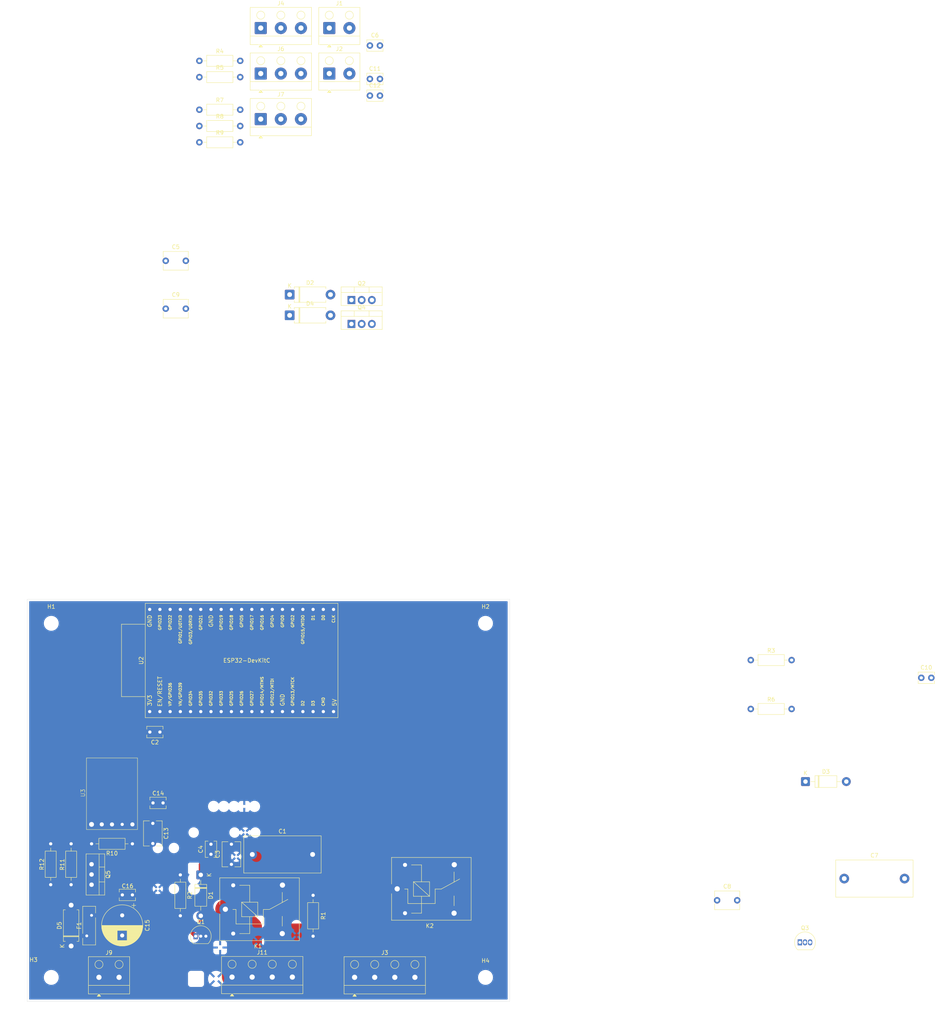
<source format=kicad_pcb>
(kicad_pcb (version 20241229) (generator "pcbnew") (generator_version "9.0")
  (layers (0 "F.Cu" signal) (2 "B.Cu" mixed) (13 "F.Paste" user) (15 "B.Paste" user) (5 "F.SilkS" user "F.Silkscreen") (7 "B.SilkS" user "B.Silkscreen") (1 "F.Mask" user) (3 "B.Mask" user) (25 "Edge.Cuts" user))
  (net 0 "")
  (net 1 "Net-(C1-Pad2)")
  (net 2 "/230V_IN_ECLAIRAGE")
  (net 3 "GND")
  (net 4 "+3.3V")
  (net 5 "+12V")
  (net 6 "Net-(C7-Pad2)")
  (net 7 "/230V_IN_FILTRATION")
  (net 8 "Net-(D5-A2)")
  (net 9 "Net-(D1-A)")
  (net 10 "Net-(D2-A)")
  (net 11 "Net-(D3-A)")
  (net 12 "Net-(D4-A)")
  (net 13 "Net-(J3-Pin_2)")
  (net 14 "/230V_OUT_FILTRATION")
  (net 15 "/DATA_DS18B20")
  (net 16 "/DATA_PH")
  (net 17 "/DATA_ORP")
  (net 18 "/230V_OUT_ECLAIRAGE")
  (net 19 "Net-(J11-Pin_2)")
  (net 22 "Net-(Q1-E)")
  (net 23 "Net-(Q2-G)")
  (net 24 "Net-(Q3-E)")
  (net 25 "Net-(Q4-G)")
  (net 26 "Net-(Q5-G)")
  (net 27 "/RELAIS_1")
  (net 28 "/POMPE_1")
  (net 29 "/RELAIS_2")
  (net 30 "/POMPE_2")
  (net 31 "Net-(U3-SHDN)")
  (footprint "Package_TO_SOT_THT:TO-220-3_Vertical" (layer "F.Cu") (at 130.655 -18.40156)
    (property "Reference" "Q4" (at 2.54 -4.1 0) (layer "F.SilkS"))
    (property "Value" "IRLZ44N")
    (pad "1" thru_hole rect (at 0 0) (size 1.905 2) (drill 1.1) (layers "*.Cu" "*.Mask") (net 25 "Net-(Q4-G)"))
    (pad "2" thru_hole oval (at 2.54 0) (size 1.905 2) (drill 1.1) (layers "*.Cu" "*.Mask") (net 12 "Net-(D4-A)"))
    (pad "3" thru_hole oval (at 5.08 0) (size 1.905 2) (drill 1.1) (layers "*.Cu" "*.Mask") (net 3 "GND"))
  )
  (footprint "Resistor_THT:R_Axial_DIN0207_L6.3mm_D2.5mm_P10.16mm_Horizontal" (layer "F.Cu") (at 121.12 133.76 90)
    (property "Reference" "R1" (at 5.08 2.54 90) (layer "F.SilkS"))
    (property "Value" "100Ω")
    (pad "1" thru_hole circle (at 0 0 90) (size 1.6 1.6) (drill 0.8) (layers "*.Cu" "*.Mask") (net 18 "/230V_OUT_ECLAIRAGE"))
    (pad "2" thru_hole circle (at 10.16 0 90) (size 1.6 1.6) (drill 0.8) (layers "*.Cu" "*.Mask") (net 1 "Net-(C1-Pad2)"))
  )
  (footprint "Resistor_THT:R_Axial_DIN0207_L6.3mm_D2.5mm_P10.16mm_Horizontal" (layer "F.Cu") (at 92.835 -79.75156)
    (property "Reference" "R5" (at 5.08 -2.37 0) (layer "F.SilkS"))
    (property "Value" "10KΩ")
    (pad "1" thru_hole circle (at 0 0) (size 1.6 1.6) (drill 0.8) (layers "*.Cu" "*.Mask") (net 23 "Net-(Q2-G)"))
    (pad "2" thru_hole circle (at 10.16 0) (size 1.6 1.6) (drill 0.8) (layers "*.Cu" "*.Mask") (net 3 "GND"))
  )
  (footprint "MountingHole:MountingHole_3.2mm_M3" (layer "F.Cu") (at 56 56)
    (property "Reference" "H1" (at 0 -4.15 0) (layer "F.SilkS"))
    (property "Value" "MountingHole")
    (pad "" np_thru_hole circle (at 0 0) (size 3.2 3.2) (drill 3.2) (layers "*.Cu" "*.Mask"))
  )
  (footprint "TerminalBlock_Altech:Altech_AK100_1x03_P5.00mm" (layer "F.Cu") (at 108.095 -80.63656)
    (property "Reference" "J6" (at 5 -6.12 0) (layer "F.SilkS"))
    (property "Value" "Conn_01x03")
    (pad "1" thru_hole roundrect (at 0 0) (size 3 3) (drill 1.3) (layers "*.Cu" "*.Mask") (roundrect_rratio 0.083333) (net 4 "+3.3V"))
    (pad "2" thru_hole circle (at 5 0) (size 3 3) (drill 1.3) (layers "*.Cu" "*.Mask") (net 3 "GND"))
    (pad "3" thru_hole circle (at 10 0) (size 3 3) (drill 1.3) (layers "*.Cu" "*.Mask") (net 16 "/DATA_PH"))
  )
  (footprint "Diode_THT:D_DO-15_P10.16mm_Horizontal" (layer "F.Cu") (at 115.285 -20.55156)
    (property "Reference" "D4" (at 5.08 -2.92 0) (layer "F.SilkS"))
    (property "Value" "1N5819")
    (fp_text user "K" (at 0 -2.2 0) (layer "F.SilkS"))
    (pad "1" thru_hole roundrect (at 0 0) (size 2.4 2.4) (drill 1.2) (layers "*.Cu" "*.Mask") (roundrect_rratio 0.104167) (net 5 "+12V"))
    (pad "2" thru_hole circle (at 10.16 0) (size 2.4 2.4) (drill 1.2) (layers "*.Cu" "*.Mask") (net 12 "Net-(D4-A)"))
  )
  (footprint "Diode_THT:D_DO-15_P10.16mm_Horizontal" (layer "F.Cu") (at 115.285 -25.70156)
    (property "Reference" "D2" (at 5.08 -2.92 0) (layer "F.SilkS"))
    (property "Value" "1N5819")
    (fp_text user "K" (at 0 -2.2 0) (layer "F.SilkS"))
    (pad "1" thru_hole roundrect (at 0 0) (size 2.4 2.4) (drill 1.2) (layers "*.Cu" "*.Mask") (roundrect_rratio 0.104167) (net 5 "+12V"))
    (pad "2" thru_hole circle (at 10.16 0) (size 2.4 2.4) (drill 1.2) (layers "*.Cu" "*.Mask") (net 10 "Net-(D2-A)"))
  )
  (footprint "Resistor_THT:R_Axial_DIN0207_L6.3mm_D2.5mm_P10.16mm_Horizontal" (layer "F.Cu") (at 92.835 -63.55156)
    (property "Reference" "R9" (at 5.08 -2.37 0) (layer "F.SilkS"))
    (property "Value" "4.7KΩ")
    (pad "1" thru_hole circle (at 0 0) (size 1.6 1.6) (drill 0.8) (layers "*.Cu" "*.Mask") (net 4 "+3.3V"))
    (pad "2" thru_hole circle (at 10.16 0) (size 1.6 1.6) (drill 0.8) (layers "*.Cu" "*.Mask") (net 15 "/DATA_DS18B20"))
  )
  (footprint "Resistor_THT:R_Axial_DIN0207_L6.3mm_D2.5mm_P10.16mm_Horizontal" (layer "F.Cu") (at 88.1 118.52 -90)
    (property "Reference" "R2" (at 5.08 -2.37 90) (layer "F.SilkS"))
    (property "Value" "330Ω")
    (pad "1" thru_hole circle (at 0 0 270) (size 1.6 1.6) (drill 0.8) (layers "*.Cu" "*.Mask") (net 27 "/RELAIS_1"))
    (pad "2" thru_hole circle (at 10.16 0 270) (size 1.6 1.6) (drill 0.8) (layers "*.Cu" "*.Mask") (net 22 "Net-(Q1-E)"))
  )
  (footprint "Capacitor_THT:C_Disc_D6.0mm_W4.4mm_P5.00mm" (layer "F.Cu") (at 84.465 -34.10156)
    (property "Reference" "C5" (at 2.5 -3.45 0) (layer "F.SilkS"))
    (property "Value" "10 µF")
    (pad "1" thru_hole circle (at 0 0) (size 1.6 1.6) (drill 0.8) (layers "*.Cu" "*.Mask") (net 5 "+12V"))
    (pad "2" thru_hole circle (at 5 0) (size 1.6 1.6) (drill 0.8) (layers "*.Cu" "*.Mask") (net 3 "GND"))
  )
  (footprint "Capacitor_THT:C_Disc_D6.0mm_W4.4mm_P5.00mm" (layer "F.Cu") (at 100.8 115.9 90)
    (property "Reference" "C3" (at 2.5 -3.45 90) (layer "F.SilkS"))
    (property "Value" "10 µF")
    (pad "1" thru_hole circle (at 0 0 90) (size 1.6 1.6) (drill 0.8) (layers "*.Cu" "*.Mask") (net 4 "+3.3V"))
    (pad "2" thru_hole circle (at 5 0 90) (size 1.6 1.6) (drill 0.8) (layers "*.Cu" "*.Mask") (net 3 "GND"))
  )
  (footprint "Capacitor_THT:C_Disc_D3.8mm_W2.6mm_P2.50mm" (layer "F.Cu") (at 83.02 83.02 180)
    (property "Reference" "C2" (at 1.25 -2.55 0) (layer "F.SilkS"))
    (property "Value" "100nF")
    (pad "1" thru_hole circle (at 0 0 180) (size 1.6 1.6) (drill 0.8) (layers "*.Cu" "*.Mask") (net 3 "GND"))
    (pad "2" thru_hole circle (at 2.5 0 180) (size 1.6 1.6) (drill 0.8) (layers "*.Cu" "*.Mask") (net 4 "+3.3V"))
  )
  (footprint "Espressif:ESP32-DevKitC" (layer "F.Cu") (at 80.48 77.94 90)
    (property "Reference" "U2" (at 12.7 -2.1 90) (layer "F.SilkS"))
    (property "Value" "ESP32-DevKitC" (at 12.7 24.13 0) (layer "F.SilkS"))
    (fp_text user "D1" (at 24.13 40.64 90) (layer "F.SilkS") (effects (font (size 0.7 0.7)) (justify right)))
    (fp_text user "GND" (at 1.27 33.02 90) (layer "F.SilkS") (effects (justify left)))
    (fp_text user "D0" (at 24.13 43.18 90) (layer "F.SilkS") (effects (font (size 0.7 0.7)) (justify right)))
    (fp_text user "GPIO35" (at 1.27 12.7 90) (layer "F.SilkS") (effects (font (size 0.7 0.7)) (justify left)))
    (fp_text user "3V3" (at 1.27 0 90) (layer "F.SilkS") (effects (justify left)))
    (fp_text user "5V" (at 1.26632 45.97128 90) (layer "F.SilkS") (effects (justify left)))
    (fp_text user "EN/RESET" (at 8.88632 2.53728 90) (layer "F.SilkS") (effects (justify right)))
    (fp_text user "GPIO27" (at 1.27 25.4 90) (layer "F.SilkS") (effects (font (size 0.7 0.7)) (justify left)))
    (fp_text user "D3" (at 1.27 40.64 90) (layer "F.SilkS") (effects (font (size 0.7 0.7)) (justify left)))
    (fp_text user "GPIO13/MTCK" (at 1.27 35.56 90) (layer "F.SilkS") (effects (font (size 0.7 0.7)) (justify left)))
    (fp_text user "GPIO26" (at 1.27 22.86 90) (layer "F.SilkS") (effects (font (size 0.7 0.7)) (justify left)))
    (fp_text user "GPIO21" (at 24.13 12.7 90) (layer "F.SilkS") (effects (font (size 0.7 0.7)) (justify right)))
    (fp_text user "GPIO34" (at 1.27 10.16 90) (layer "F.SilkS") (effects (font (size 0.7 0.7)) (justify left)))
    (fp_text user "GPIO3/U0RXD" (at 24.13 10.16 90) (layer "F.SilkS") (effects (font (size 0.7 0.7)) (justify right)))
    (fp_text user "GPIO15/MTDO" (at 24.13 38.1 90) (layer "F.SilkS") (effects (font (size 0.7 0.7)) (justify right)))
    (fp_text user "GPIO19" (at 24.13 17.78 90) (layer "F.SilkS") (effects (font (size 0.7 0.7)) (justify right)))
    (fp_text user "VN/GPIO39" (at 1.27 7.62 90) (layer "F.SilkS") (effects (font (size 0.7 0.7)) (justify left)))
    (fp_text user "GPIO2" (at 24.13 35.56 90) (layer "F.SilkS") (effects (font (size 0.7 0.7)) (justify right)))
    (fp_text user "GPIO5" (at 24.13 22.86 90) (layer "F.SilkS") (effects (font (size 0.7 0.7)) (justify right)))
    (fp_text user "CMD" (at 1.27 43.18 90) (layer "F.SilkS") (effects (font (size 0.7 0.7)) (justify left)))
    (fp_text user "GPIO23" (at 24.13 2.54 90) (layer "F.SilkS") (effects (font (size 0.7 0.7)) (justify right)))
    (fp_text user "GPIO25" (at 1.27 20.32 90) (layer "F.SilkS") (effects (font (size 0.7 0.7)) (justify left)))
    (fp_text user "VP/GPIO36" (at 1.27 5.08 90) (layer "F.SilkS") (effects (font (size 0.7 0.7)) (justify left)))
    (fp_text user "GPIO22" (at 24.13 5.08 90) (layer "F.SilkS") (effects (font (size 0.7 0.7)) (justify right)))
    (fp_text user "CLK" (at 24.13 45.72 90) (layer "F.SilkS") (effects (font (size 0.7 0.7)) (justify right)))
    (fp_text user "GPIO32" (at 1.27 15.24 90) (layer "F.SilkS") (effects (font (size 0.7 0.7)) (justify left)))
    (fp_text user "GPIO33" (at 1.27 17.78 90) (layer "F.SilkS") (effects (font (size 0.7 0.7)) (justify left)))
    (fp_text user "GPIO16" (at 24.13 27.94 90) (layer "F.SilkS") (effects (font (size 0.7 0.7)) (justify right)))
    (fp_text user "GPIO0" (at 24.13 33.02 90) (layer "F.SilkS") (effects (font (size 0.7 0.7)) (justify right)))
    (fp_text user "GND" (at 24.13 15.24 90) (layer "F.SilkS") (effects (justify right)))
    (fp_text user "D2" (at 1.27 38.1 90) (layer "F.SilkS") (effects (font (size 0.7 0.7)) (justify left)))
    (fp_text user "GPIO17" (at 24.13 25.4 90) (layer "F.SilkS") (effects (font (size 0.7 0.7)) (justify right)))
    (fp_text user "GPIO4" (at 24.13 30.48 90) (layer "F.SilkS") (effects (font (size 0.7 0.7)) (justify right)))
    (fp_text user "GND" (at 24.13 0 90) (layer "F.SilkS") (effects (justify right)))
    (fp_text user "GPIO1/U0TXD" (at 24.13 7.62 90) (layer "F.SilkS") (effects (font (size 0.7 0.7)) (justify right)))
    (fp_text user "GPIO12/MTDI" (at 1.27 30.48 90) (layer "F.SilkS") (effects (font (size 0.7 0.7)) (justify left)))
    (fp_text user "GPIO18" (at 24.13 20.32 90) (layer "F.SilkS") (effects (font (size 0.7 0.7)) (justify right)))
    (fp_text user "GPIO14/MTMS" (at 1.27 27.94 90) (layer "F.SilkS") (effects (font (size 0.7 0.7)) (justify left)))
    (pad "1" thru_hole rect (at 0 0) (size 1.2 2) (drill 0.8) (layers "*.Cu" "*.Mask") (net 4 "+3.3V"))
    (pad "2" thru_hole oval (at 0 2.54) (size 1.2 2) (drill 0.8) (layers "*.Cu" "*.Mask"))
    (pad "3" thru_hole oval (at 0 5.08) (size 1.2 2) (drill 0.8) (layers "*.Cu" "*.Mask"))
    (pad "4" thru_hole oval (at 0 7.62) (size 1.2 2) (drill 0.8) (layers "*.Cu" "*.Mask"))
    (pad "5" thru_hole oval (at 0 10.16) (size 1.2 2) (drill 0.8) (layers "*.Cu" "*.Mask") (net 15 "/DATA_DS18B20"))
    (pad "6" thru_hole oval (at 0 12.7) (size 1.2 2) (drill 0.8) (layers "*.Cu" "*.Mask"))
    (pad "7" thru_hole oval (at 0 15.24) (size 1.2 2) (drill 0.8) (layers "*.Cu" "*.Mask") (net 16 "/DATA_PH"))
    (pad "8" thru_hole oval (at 0 17.78) (size 1.2 2) (drill 0.8) (layers "*.Cu" "*.Mask") (net 17 "/DATA_ORP"))
    (pad "9" thru_hole oval (at 0 20.32) (size 1.2 2) (drill 0.8) (layers "*.Cu" "*.Mask"))
    (pad "10" thru_hole oval (at 0 22.86) (size 1.2 2) (drill 0.8) (layers "*.Cu" "*.Mask") (net 27 "/RELAIS_1"))
    (pad "11" thru_hole oval (at 0 25.4) (size 1.2 2) (drill 0.8) (layers "*.Cu" "*.Mask") (net 29 "/RELAIS_2"))
    (pad "12" thru_hole oval (at 0 27.94) (size 1.2 2) (drill 0.8) (layers "*.Cu" "*.Mask") (net 30 "/POMPE_2"))
    (pad "13" thru_hole oval (at 0 30.48) (size 1.2 2) (drill 0.8) (layers "*.Cu" "*.Mask"))
    (pad "14" thru_hole oval (at 0 33.02) (size 1.2 2) (drill 0.8) (layers "*.Cu" "*.Mask") (net 3 "GND"))
    (pad "15" thru_hole oval (at 0 35.56) (size 1.2 2) (drill 0.8) (layers "*.Cu" "*.Mask") (net 28 "/POMPE_1"))
    (pad "16" thru_hole oval (at 0 38.1) (size 1.2 2) (drill 0.8) (layers "*.Cu" "*.Mask"))
    (pad "17" thru_hole oval (at 0 40.64) (size 1.2 2) (drill 0.8) (layers "*.Cu" "*.Mask"))
    (pad "18" thru_hole oval (at 0 43.18) (size 1.2 2) (drill 0.8) (layers "*.Cu" "*.Mask"))
    (pad "19" thru_hole oval (at 0 45.72) (size 1.2 2) (drill 0.8) (layers "*.Cu" "*.Mask"))
    (pad "20" thru_hole oval (at 25.39632 45.71728) (size 1.2 2) (drill 0.8) (layers "*.Cu" "*.Mask"))
    (pad "21" thru_hole oval (at 25.39632 43.17728) (size 1.2 2) (drill 0.8) (layers "*.Cu" "*.Mask"))
    (pad "22" thru_hole oval (at 25.4 40.64) (size 1.2 2) (drill 0.8) (layers "*.Cu" "*.Mask"))
    (pad "23" thru_hole oval (at 25.4 38.1) (size 1.2 2) (drill 0.8) (layers "*.Cu" "*.Mask"))
    (pad "24" thru_hole oval (at 25.4 35.56) (size 1.2 2) (drill 0.8) (layers "*.Cu" "*.Mask"))
    (pad "25" thru_hole oval (at 25.4 33.02) (size 1.2 2) (drill 0.8) (layers "*.Cu" "*.Mask"))
    (pad "26" thru_hole oval (at 25.4 30.48) (size 1.2 2) (drill 0.8) (layers "*.Cu" "*.Mask"))
    (pad "27" thru_hole oval (at 25.4 27.94) (size 1.2 2) (drill 0.8) (layers "*.Cu" "*.Mask"))
    (pad "28" thru_hole oval (at 25.4 25.4) (size 1.2 2) (drill 0.8) (layers "*.Cu" "*.Mask"))
    (pad "29" thru_hole oval (at 25.4 22.86) (size 1.2 2) (drill 0.8) (layers "*.Cu" "*.Mask"))
    (pad "30" thru_hole oval (at 25.4 20.32) (size 1.2 2) (drill 0.8) (layers "*.Cu" "*.Mask"))
    (pad "31" thru_hole oval (at 25.4 17.78) (size 1.2 2) (drill 0.8) (layers "*.Cu" "*.Mask"))
    (pad "32" thru_hole oval (at 25.4 15.24) (size 1.2 2) (drill 0.8) (layers "*.Cu" "*.Mask") (net 3 "GND"))
    (pad "33" thru_hole oval (at 25.4 12.7) (size 1.2 2) (drill 0.8) (layers "*.Cu" "*.Mask"))
    (pad "34" thru_hole oval (at 25.4 10.16) (size 1.2 2) (drill 0.8) (layers "*.Cu" "*.Mask"))
    (pad "35" thru_hole oval (at 25.4 7.62) (size 1.2 2) (drill 0.8) (layers "*.Cu" "*.Mask"))
    (pad "36" thru_hole oval (at 25.4 5.08) (size 1.2 2) (drill 0.8) (layers "*.Cu" "*.Mask"))
    (pad "37" thru_hole oval (at 25.4 2.54) (size 1.2 2) (drill 0.8) (layers "*.Cu" "*.Mask"))
    (pad "38" thru_hole oval (at 25.4 0) (size 1.2 2) (drill 0.8) (layers "*.Cu" "*.Mask") (net 3 "GND"))
  )
  (footprint "Capacitor_THT:C_Disc_D3.8mm_W2.6mm_P2.50mm" (layer "F.Cu") (at 81.3 100.6385)
    (property "Reference" "C14" (at 1.3 -2.4 0) (layer "F.SilkS"))
    (property "Value" "100nF")
    (pad "1" thru_hole circle (at 0 0) (size 1.6 1.6) (drill 0.8) (layers "*.Cu" "*.Mask") (net 4 "+3.3V"))
    (pad "2" thru_hole circle (at 2.5 0) (size 1.6 1.6) (drill 0.8) (layers "*.Cu" "*.Mask") (net 3 "GND"))
  )
  (footprint "TerminalBlock_Altech:Altech_AK100_1x02_P5.00mm" (layer "F.Cu") (at 125.145 -80.63656)
    (property "Reference" "J2" (at 2.5 -6.12 0) (layer "F.SilkS"))
    (property "Value" "Pompe Péristaltique")
    (pad "1" thru_hole roundrect (at 0 0) (size 3 3) (drill 1.3) (layers "*.Cu" "*.Mask") (roundrect_rratio 0.083333) (net 5 "+12V"))
    (pad "2" thru_hole circle (at 5 0) (size 3 3) (drill 1.3) (layers "*.Cu" "*.Mask") (net 12 "Net-(D4-A)"))
  )
  (footprint "Relay_THT:Relay_SPDT_SANYOU_SRD_Series_Form_C" (layer "F.Cu") (at 99.3 127.06)
    (property "Reference" "K1" (at 8.1 9.2 0) (layer "F.SilkS"))
    (property "Value" "SANYOU_SRD_Form_C")
    (pad "1" thru_hole circle (at 0 0 90) (size 3 3) (drill 1.3) (layers "*.Cu" "*.Mask") (net 2 "/230V_IN_ECLAIRAGE"))
    (pad "2" thru_hole circle (at 1.95 6.05 90) (size 2.5 2.5) (drill 1) (layers "*.Cu" "*.Mask") (net 9 "Net-(D1-A)"))
    (pad "3" thru_hole circle (at 14.15 6.05 90) (size 3 3) (drill 1.3) (layers "*.Cu" "*.Mask") (net 18 "/230V_OUT_ECLAIRAGE"))
    (pad "4" thru_hole circle (at 14.2 -6 90) (size 3 3) (drill 1.3) (layers "*.Cu" "*.Mask"))
    (pad "5" thru_hole circle (at 1.95 -5.95 90) (size 2.5 2.5) (drill 1) (layers "*.Cu" "*.Mask") (net 4 "+3.3V"))
  )
  (footprint "Capacitor_THT:C_Disc_D3.8mm_W2.6mm_P2.50mm" (layer "F.Cu") (at 135.245 -79.30156)
    (property "Reference" "C11" (at 1.25 -2.55 0) (layer "F.SilkS"))
    (property "Value" "100nF")
    (pad "1" thru_hole circle (at 0 0) (size 1.6 1.6) (drill 0.8) (layers "*.Cu" "*.Mask") (net 5 "+12V"))
    (pad "2" thru_hole circle (at 2.5 0) (size 1.6 1.6) (drill 0.8) (layers "*.Cu" "*.Mask") (net 3 "GND"))
  )
  (footprint "Fuse:Fuse_Bourns_MF-RHT200" (layer "F.Cu") (at 64.82 133.6785 90)
    (property "Reference" "F1" (at 2.55 -1.9 90) (layer "F.SilkS"))
    (property "Value" "FX200-16")
    (pad "1" thru_hole circle (at 0 0 90) (size 1.71 1.71) (drill 0.71) (layers "*.Cu" "*.Mask") (net 5 "+12V"))
    (pad "2" thru_hole circle (at 5.1 1.2 90) (size 1.71 1.71) (drill 0.71) (layers "*.Cu" "*.Mask") (net 8 "Net-(D5-A2)"))
  )
  (footprint "Capacitor_THT:C_Rect_L19.0mm_W9.0mm_P15.00mm_MKS4" (layer "F.Cu") (at 106 113.44)
    (property "Reference" "C1" (at 7.5 -5.75 0) (layer "F.SilkS"))
    (property "Value" "PME271MB6100MR30")
    (pad "1" thru_hole circle (at 0 0) (size 2.4 2.4) (drill 1.2) (layers "*.Cu" "*.Mask") (net 2 "/230V_IN_ECLAIRAGE"))
    (pad "2" thru_hole circle (at 15 0) (size 2.4 2.4) (drill 1.2) (layers "*.Cu" "*.Mask") (net 1 "Net-(C1-Pad2)"))
  )
  (footprint "Capacitor_THT:C_Disc_D6.0mm_W4.4mm_P5.00mm" (layer "F.Cu") (at 84.465 -22.20156)
    (property "Reference" "C9" (at 2.5 -3.45 0) (layer "F.SilkS"))
    (property "Value" "10 µF")
    (pad "1" thru_hole circle (at 0 0) (size 1.6 1.6) (drill 0.8) (layers "*.Cu" "*.Mask") (net 5 "+12V"))
    (pad "2" thru_hole circle (at 5 0) (size 1.6 1.6) (drill 0.8) (layers "*.Cu" "*.Mask") (net 3 "GND"))
  )
  (footprint "Resistor_THT:R_Axial_DIN0207_L6.3mm_D2.5mm_P10.16mm_Horizontal" (layer "F.Cu") (at 76.18 110.7985 180)
    (property "Reference" "R10" (at 5.08 -2.37 0) (layer "F.SilkS"))
    (property "Value" "10KΩ")
    (pad "1" thru_hole circle (at 0 0 180) (size 1.6 1.6) (drill 0.8) (layers "*.Cu" "*.Mask") (net 5 "+12V"))
    (pad "2" thru_hole circle (at 10.16 0 180) (size 1.6 1.6) (drill 0.8) (layers "*.Cu" "*.Mask") (net 31 "Net-(U3-SHDN)"))
  )
  (footprint "Capacitor_THT:C_Disc_D3.8mm_W2.6mm_P2.50mm" (layer "F.Cu") (at 135.245 -75.15156)
    (property "Reference" "C12" (at 1.25 -2.55 0) (layer "F.SilkS"))
    (property "Value" "100nF")
    (pad "1" thru_hole circle (at 0 0) (size 1.6 1.6) (drill 0.8) (layers "*.Cu" "*.Mask") (net 3 "GND"))
    (pad "2" thru_hole circle (at 2.5 0) (size 1.6 1.6) (drill 0.8) (layers "*.Cu" "*.Mask") (net 4 "+3.3V"))
  )
  (footprint "Relay_THT:Relay_SPDT_SANYOU_SRD_Series_Form_C" (layer "F.Cu") (at 142.03 121.99)
    (property "Reference" "K2" (at 8.1 9.2 0) (layer "F.SilkS"))
    (property "Value" "SANYOU_SRD_Form_C")
    (pad "1" thru_hole circle (at 0 0 90) (size 3 3) (drill 1.3) (layers "*.Cu" "*.Mask") (net 7 "/230V_IN_FILTRATION"))
    (pad "2" thru_hole circle (at 1.95 6.05 90) (size 2.5 2.5) (drill 1) (layers "*.Cu" "*.Mask") (net 11 "Net-(D3-A)"))
    (pad "3" thru_hole circle (at 14.15 6.05 90) (size 3 3) (drill 1.3) (layers "*.Cu" "*.Mask") (net 14 "/230V_OUT_FILTRATION"))
    (pad "4" thru_hole circle (at 14.2 -6 90) (size 3 3) (drill 1.3) (layers "*.Cu" "*.Mask"))
    (pad "5" thru_hole circle (at 1.95 -5.95 90) (size 2.5 2.5) (drill 1) (layers "*.Cu" "*.Mask") (net 4 "+3.3V"))
  )
  (footprint "Capacitor_THT:CP_Radial_D10.0mm_P5.00mm" (layer "F.Cu") (at 73.64 128.5785 -90)
    (property "Reference" "C15" (at 2.5 -6.25 90) (layer "F.SilkS"))
    (property "Value" "470µF")
    (pad "1" thru_hole roundrect (at 0 0 270) (size 2 2) (drill 1) (layers "*.Cu" "*.Mask") (roundrect_rratio 0.125) (net 8 "Net-(D5-A2)"))
    (pad "2" thru_hole circle (at 5 0 270) (size 2 2) (drill 1) (layers "*.Cu" "*.Mask") (net 3 "GND"))
  )
  (footprint "Capacitor_THT:C_Disc_D3.8mm_W2.6mm_P2.50mm" (layer "F.Cu") (at 135.245 -87.60156)
    (property "Reference" "C6" (at 1.25 -2.55 0) (layer "F.SilkS"))
    (property "Value" "100nF")
    (pad "1" thru_hole circle (at 0 0) (size 1.6 1.6) (drill 0.8) (layers "*.Cu" "*.Mask") (net 5 "+12V"))
    (pad "2" thru_hole circle (at 2.5 0) (size 1.6 1.6) (drill 0.8) (layers "*.Cu" "*.Mask") (net 3 "GND"))
  )
  (footprint "Package_TO_SOT_THT:TO-92_Inline" (layer "F.Cu") (at 242.19 135.29)
    (property "Reference" "Q3" (at 1.27 -3.56 0) (layer "F.SilkS"))
    (property "Value" "PN2222A")
    (pad "1" thru_hole rect (at 0 0) (size 1.05 1.5) (drill 0.75) (layers "*.Cu" "*.Mask") (net 24 "Net-(Q3-E)"))
    (pad "2" thru_hole oval (at 1.27 0) (size 1.05 1.5) (drill 0.75) (layers "*.Cu" "*.Mask") (net 11 "Net-(D3-A)"))
    (pad "3" thru_hole oval (at 2.54 0) (size 1.05 1.5) (drill 0.75) (layers "*.Cu" "*.Mask") (net 3 "GND"))
  )
  (footprint "MountingHole:MountingHole_3.2mm_M3" (layer "F.Cu") (at 164 56)
    (property "Reference" "H2" (at 0 -4.15 0) (layer "F.SilkS"))
    (property "Value" "MountingHole")
    (pad "" np_thru_hole circle (at 0 0) (size 3.2 3.2) (drill 3.2) (layers "*.Cu" "*.Mask"))
  )
  (footprint "Resistor_THT:R_Axial_DIN0207_L6.3mm_D2.5mm_P10.16mm_Horizontal" (layer "F.Cu") (at 92.835 -71.65156)
    (property "Reference" "R7" (at 5.08 -2.37 0) (layer "F.SilkS"))
    (property "Value" "100Ω")
    (pad "1" thru_hole circle (at 0 0) (size 1.6 1.6) (drill 0.8) (layers "*.Cu" "*.Mask") (net 25 "Net-(Q4-G)"))
    (pad "2" thru_hole circle (at 10.16 0) (size 1.6 1.6) (drill 0.8) (layers "*.Cu" "*.Mask") (net 30 "/POMPE_2"))
  )
  (footprint "TerminalBlock_Altech:Altech_AK100_1x04_P5.00mm" (layer "F.Cu") (at 131.44 143.98)
    (property "Reference" "J3" (at 7.5 -6.12 0) (layer "F.SilkS"))
    (property "Value" "Eclairage")
    (pad "1" thru_hole roundrect (at 0 0) (size 3 3) (drill 1.3) (layers "*.Cu" "*.Mask") (roundrect_rratio 0.083333) (net 7 "/230V_IN_FILTRATION"))
    (pad "2" thru_hole circle (at 5 0) (size 3 3) (drill 1.3) (layers "*.Cu" "*.Mask") (net 13 "Net-(J3-Pin_2)"))
    (pad "3" thru_hole circle (at 10 0) (size 3 3) (drill 1.3) (layers "*.Cu" "*.Mask") (net 14 "/230V_OUT_FILTRATION"))
    (pad "4" thru_hole circle (at 15 0) (size 3 3) (drill 1.3) (layers "*.Cu" "*.Mask") (net 13 "Net-(J3-Pin_2)"))
  )
  (footprint "Resistor_THT:R_Axial_DIN0207_L6.3mm_D2.5mm_P10.16mm_Horizontal" (layer "F.Cu") (at 229.97 65.14)
    (property "Reference" "R3" (at 5.08 -2.37 0) (layer "F.SilkS"))
    (property "Value" "100Ω")
    (pad "1" thru_hole circle (at 0 0) (size 1.6 1.6) (drill 0.8) (layers "*.Cu" "*.Mask") (net 14 "/230V_OUT_FILTRATION"))
    (pad "2" thru_hole circle (at 10.16 0) (size 1.6 1.6) (drill 0.8) (layers "*.Cu" "*.Mask") (net 6 "Net-(C7-Pad2)"))
  )
  (footprint "Capacitor_THT:C_Disc_D3.8mm_W2.6mm_P2.50mm" (layer "F.Cu") (at 73.68 123.4985)
    (property "Reference" "C16" (at 1.3 -2.2 0) (layer "F.SilkS"))
    (property "Value" "100nF")
    (pad "1" thru_hole circle (at 0 0) (size 1.6 1.6) (drill 0.8) (layers "*.Cu" "*.Mask") (net 8 "Net-(D5-A2)"))
    (pad "2" thru_hole circle (at 2.5 0) (size 1.6 1.6) (drill 0.8) (layers "*.Cu" "*.Mask") (net 3 "GND"))
  )
  (footprint "Diode_THT:D_DO-15_P10.16mm_Horizontal" (layer "F.Cu") (at 60.94 136.1985 90)
    (property "Reference" "D5" (at 5.08 -2.92 90) (layer "F.SilkS"))
    (property "Value" "P6KE13A")
    (fp_text user "K" (at 0 -2.2 90) (layer "F.SilkS"))
    (pad "1" thru_hole roundrect (at 0 0 90) (size 2.4 2.4) (drill 1.2) (layers "*.Cu" "*.Mask") (roundrect_rratio 0.104167) (net 3 "GND"))
    (pad "2" thru_hole circle (at 10.16 0 90) (size 2.4 2.4) (drill 1.2) (layers "*.Cu" "*.Mask") (net 8 "Net-(D5-A2)"))
  )
  (footprint "Diode_THT:D_DO-41_SOD81_P10.16mm_Horizontal" (layer "F.Cu") (at 93.18 118.52 -90)
    (property "Reference" "D1" (at 5.08 -2.47 90) (layer "F.SilkS"))
    (property "Value" "1N4007")
    (fp_text user "K" (at 0 -2.1 90) (layer "F.SilkS"))
    (pad "1" thru_hole roundrect (at 0 0 270) (size 2.2 2.2) (drill 1.1) (layers "*.Cu" "*.Mask") (roundrect_rratio 0.113636) (net 4 "+3.3V"))
    (pad "2" thru_hole circle (at 10.16 0 270) (size 2.2 2.2) (drill 1.1) (layers "*.Cu" "*.Mask") (net 9 "Net-(D1-A)"))
  )
  (footprint "Capacitor_THT:C_Disc_D3.8mm_W2.6mm_P2.50mm" (layer "F.Cu") (at 95.72 113.4 90)
    (property "Reference" "C4" (at 1.25 -2.55 90) (layer "F.SilkS"))
    (property "Value" "100nF")
    (pad "1" thru_hole circle (at 0 0 90) (size 1.6 1.6) (drill 0.8) (layers "*.Cu" "*.Mask") (net 4 "+3.3V"))
    (pad "2" thru_hole circle (at 2.5 0 90) (size 1.6 1.6) (drill 0.8) (layers "*.Cu" "*.Mask") (net 3 "GND"))
  )
  (footprint "Resistor_THT:R_Axial_DIN0207_L6.3mm_D2.5mm_P10.16mm_Horizontal" (layer "F.Cu") (at 60.94 120.9585 90)
    (property "Reference" "R11" (at 5 -2.2 90) (layer "F.SilkS"))
    (property "Value" "10Ω")
    (pad "1" thru_hole circle (at 0 0 90) (size 1.6 1.6) (drill 0.8) (layers "*.Cu" "*.Mask") (net 8 "Net-(D5-A2)"))
    (pad "2" thru_hole circle (at 10.16 0 90) (size 1.6 1.6) (drill 0.8) (layers "*.Cu" "*.Mask") (net 26 "Net-(Q5-G)"))
  )
  (footprint "TerminalBlock_Altech:Altech_AK100_1x04_P5.00mm" (layer "F.Cu") (at 100.96 143.92)
    (property "Reference" "J11" (at 7.5 -6.12 0) (layer "F.SilkS"))
    (property "Value" "Eclairage")
    (pad "1" thru_hole roundrect (at 0 0) (size 3 3) (drill 1.3) (layers "*.Cu" "*.Mask") (roundrect_rratio 0.083333) (net 2 "/230V_IN_ECLAIRAGE"))
    (pad "2" thru_hole circle (at 5 0) (size 3 3) (drill 1.3) (layers "*.Cu" "*.Mask") (net 19 "Net-(J11-Pin_2)"))
    (pad "3" thru_hole circle (at 10 0) (size 3 3) (drill 1.3) (layers "*.Cu" "*.Mask") (net 18 "/230V_OUT_ECLAIRAGE"))
    (pad "4" thru_hole circle (at 15 0) (size 3 3) (drill 1.3) (layers "*.Cu" "*.Mask") (net 19 "Net-(J11-Pin_2)"))
  )
  (footprint "Resistor_THT:R_Axial_DIN0207_L6.3mm_D2.5mm_P10.16mm_Horizontal" (layer "F.Cu") (at 92.835 -67.60156)
    (property "Reference" "R8" (at 5.08 -2.37 0) (layer "F.SilkS"))
    (property "Value" "10KΩ")
    (pad "1" thru_hole circle (at 0 0) (size 1.6 1.6) (drill 0.8) (layers "*.Cu" "*.Mask") (net 25 "Net-(Q4-G)"))
    (pad "2" thru_hole circle (at 10.16 0) (size 1.6 1.6) (drill 0.8) (layers "*.Cu" "*.Mask") (net 3 "GND"))
  )
  (footprint "Resistor_THT:R_Axial_DIN0207_L6.3mm_D2.5mm_P10.16mm_Horizontal" (layer "F.Cu") (at 92.835 -83.80156)
    (property "Reference" "R4" (at 5.08 -2.37 0) (layer "F.SilkS"))
    (property "Value" "100Ω")
    (pad "1" thru_hole circle (at 0 0) (size 1.6 1.6) (drill 0.8) (layers "*.Cu" "*.Mask") (net 23 "Net-(Q2-G)"))
    (pad "2" thru_hole circle (at 10.16 0) (size 1.6 1.6) (drill 0.8) (layers "*.Cu" "*.Mask") (net 28 "/POMPE_1"))
  )
  (footprint "Resistor_THT:R_Axial_DIN0207_L6.3mm_D2.5mm_P10.16mm_Horizontal" (layer "F.Cu") (at 55.86 110.7985 -90)
    (property "Reference" "R12" (at 5.1 2.2 90) (layer "F.SilkS"))
    (property "Value" "10KΩ")
    (pad "1" thru_hole circle (at 0 0 270) (size 1.6 1.6) (drill 0.8) (layers "*.Cu" "*.Mask") (net 26 "Net-(Q5-G)"))
    (pad "2" thru_hole circle (at 10.16 0 270) (size 1.6 1.6) (drill 0.8) (layers "*.Cu" "*.Mask") (net 3 "GND"))
  )
  (footprint "MountingHole:MountingHole_3.2mm_M3" (layer "F.Cu") (at 164 144)
    (property "Reference" "H4" (at 0 -4.15 0) (layer "F.SilkS"))
    (property "Value" "MountingHole")
    (pad "" np_thru_hole circle (at 0 0) (size 3.2 3.2) (drill 3.2) (layers "*.Cu" "*.Mask"))
  )
  (footprint "TerminalBlock_Altech:Altech_AK100_1x02_P5.00mm" (layer "F.Cu") (at 125.145 -91.95156)
    (property "Reference" "J1" (at 2.5 -6.12 0) (layer "F.SilkS"))
    (property "Value" "Pompe Péristaltique")
    (pad "1" thru_hole roundrect (at 0 0) (size 3 3) (drill 1.3) (layers "*.Cu" "*.Mask") (roundrect_rratio 0.083333) (net 5 "+12V"))
    (pad "2" thru_hole circle (at 5 0) (size 3 3) (drill 1.3) (layers "*.Cu" "*.Mask") (net 10 "Net-(D2-A)"))
  )
  (footprint "TerminalBlock_Altech:Altech_AK100_1x03_P5.00mm" (layer "F.Cu") (at 108.095 -91.95156)
    (property "Reference" "J4" (at 5 -6.12 0) (layer "F.SilkS"))
    (property "Value" "Sonde température DS18B20")
    (pad "1" thru_hole roundrect (at 0 0) (size 3 3) (drill 1.3) (layers "*.Cu" "*.Mask") (roundrect_rratio 0.083333) (net 3 "GND"))
    (pad "2" thru_hole circle (at 5 0) (size 3 3) (drill 1.3) (layers "*.Cu" "*.Mask") (net 4 "+3.3V"))
    (pad "3" thru_hole circle (at 10 0) (size 3 3) (drill 1.3) (layers "*.Cu" "*.Mask") (net 15 "/DATA_DS18B20"))
  )
  (footprint "Capacitor_THT:C_Rect_L19.0mm_W9.0mm_P15.00mm_MKS4" (layer "F.Cu") (at 253.22 119.44)
    (property "Reference" "C7" (at 7.5 -5.75 0) (layer "F.SilkS"))
    (property "Value" "PME271MB6100MR30")
    (pad "1" thru_hole circle (at 0 0) (size 2.4 2.4) (drill 1.2) (layers "*.Cu" "*.Mask") (net 7 "/230V_IN_FILTRATION"))
    (pad "2" thru_hole circle (at 15 0) (size 2.4 2.4) (drill 1.2) (layers "*.Cu" "*.Mask") (net 6 "Net-(C7-Pad2)"))
  )
  (footprint "MyLibrary:Pololu_D24V10F3" (layer "F.Cu") (at 71.1 98.0985 90)
    (property "Reference" "U3" (at -0.074 -7.22 90) (layer "F.SilkS") (effects (font (thickness 0.1))))
    (property "Value" "D24V10F3")
    (pad "1" thru_hole circle (at -7.874 -5.08 90) (size 1.8 1.8) (drill 1.2) (layers "*.Cu" "*.Mask"))
    (pad "2" thru_hole circle (at -7.874 -2.54 90) (size 1.8 1.8) (drill 1.02) (layers "*.Cu" "*.Mask") (net 31 "Net-(U3-SHDN)"))
    (pad "3" thru_hole circle (at -7.884 0 90) (size 1.8 1.8) (drill 1.02) (layers "*.Cu" "*.Mask") (net 5 "+12V"))
    (pad "4" thru_hole custom (at -7.874 2.54 90) (size 1.7 1.7) (drill 0.8) (layers "*.Cu" "*.Mask") (net 3 "GND") (options (clearance outline) (anchor rect)) (primitives))
    (pad "5" thru_hole circle (at -7.874 5.08 90) (size 1.8 1.8) (drill 1.02) (layers "*.Cu" "*.Mask") (net 4 "+3.3V"))
  )
  (footprint "TerminalBlock_Altech:Altech_AK100_1x02_P5.00mm" (layer "F.Cu") (at 67.86 143.98)
    (property "Reference" "J9" (at 2.5 -6.12 0) (layer "F.SilkS"))
    (property "Value" "Alimentation 12V (2A min)")
    (pad "1" thru_hole roundrect (at 0 0) (size 3 3) (drill 1.3) (layers "*.Cu" "*.Mask") (roundrect_rratio 0.083333) (net 5 "+12V"))
    (pad "2" thru_hole circle (at 5 0) (size 3 3) (drill 1.3) (layers "*.Cu" "*.Mask") (net 3 "GND"))
  )
  (footprint "Package_TO_SOT_THT:TO-220-3_Vertical" (layer "F.Cu") (at 66.02 115.8785 -90)
    (property "Reference" "Q5" (at 2.54 -4.1 90) (layer "F.SilkS"))
    (property "Value" "IRF4905")
    (pad "1" thru_hole rect (at 0 0 270) (size 1.905 2) (drill 1.1) (layers "*.Cu" "*.Mask") (net 26 "Net-(Q5-G)"))
    (pad "2" thru_hole oval (at 2.54 0 270) (size 1.905 2) (drill 1.1) (layers "*.Cu" "*.Mask") (net 5 "+12V"))
    (pad "3" thru_hole oval (at 5.08 0 270) (size 1.905 2) (drill 1.1) (layers "*.Cu" "*.Mask") (net 8 "Net-(D5-A2)"))
  )
  (footprint "Package_TO_SOT_THT:TO-92_Inline" (layer "F.Cu") (at 91.91 133.76)
    (property "Reference" "Q1" (at 1.27 -3.56 0) (layer "F.SilkS"))
    (property "Value" "PN2222A")
    (pad "1" thru_hole rect (at 0 0) (size 1.05 1.5) (drill 0.75) (layers "*.Cu" "*.Mask") (net 22 "Net-(Q1-E)"))
    (pad "2" thru_hole oval (at 1.27 0) (size 1.05 1.5) (drill 0.75) (layers "*.Cu" "*.Mask") (net 9 "Net-(D1-A)"))
    (pad "3" thru_hole oval (at 2.54 0) (size 1.05 1.5) (drill 0.75) (layers "*.Cu" "*.Mask") (net 3 "GND"))
  )
  (footprint "MountingHole:MountingHole_3.2mm_M3" (layer "F.Cu") (at 56 144)
    (property "Reference" "H3" (at -4.42 -4.376 0) (layer "F.SilkS"))
    (property "Value" "MountingHole")
    (pad "" np_thru_hole circle (at 0 0) (size 3.2 3.2) (drill 3.2) (layers "*.Cu" "*.Mask"))
  )
  (footprint "Package_TO_SOT_THT:TO-220-3_Vertical" (layer "F.Cu") (at 130.655 -24.35156)
    (property "Reference" "Q2" (at 2.54 -4.1 0) (layer "F.SilkS"))
    (property "Value" "IRLZ44N")
    (pad "1" thru_hole rect (at 0 0) (size 1.905 2) (drill 1.1) (layers "*.Cu" "*.Mask") (net 23 "Net-(Q2-G)"))
    (pad "2" thru_hole oval (at 2.54 0) (size 1.905 2) (drill 1.1) (layers "*.Cu" "*.Mask") (net 10 "Net-(D2-A)"))
    (pad "3" thru_hole oval (at 5.08 0) (size 1.905 2) (drill 1.1) (layers "*.Cu" "*.Mask") (net 3 "GND"))
  )
  (footprint "Capacitor_THT:C_Disc_D6.0mm_W4.4mm_P5.00mm" (layer "F.Cu") (at 221.6 124.84)
    (property "Reference" "C8" (at 2.5 -3.45 0) (layer "F.SilkS"))
    (property "Value" "10 µF")
    (pad "1" thru_hole circle (at 0 0) (size 1.6 1.6) (drill 0.8) (layers "*.Cu" "*.Mask") (net 4 "+3.3V"))
    (pad "2" thru_hole circle (at 5 0) (size 1.6 1.6) (drill 0.8) (layers "*.Cu" "*.Mask") (net 3 "GND"))
  )
  (footprint "Diode_THT:D_DO-41_SOD81_P10.16mm_Horizontal" (layer "F.Cu") (at 243.58 95.33)
    (property "Reference" "D3" (at 5.08 -2.47 0) (layer "F.SilkS"))
    (property "Value" "1N4007")
    (fp_text user "K" (at 0 -2.1 0) (layer "F.SilkS"))
    (pad "1" thru_hole roundrect (at 0 0) (size 2.2 2.2) (drill 1.1) (layers "*.Cu" "*.Mask") (roundrect_rratio 0.113636) (net 4 "+3.3V"))
    (pad "2" thru_hole circle (at 10.16 0) (size 2.2 2.2) (drill 1.1) (layers "*.Cu" "*.Mask") (net 11 "Net-(D3-A)"))
  )
  (footprint "Capacitor_THT:C_Disc_D3.8mm_W2.6mm_P2.50mm" (layer "F.Cu") (at 272.38 69.54)
    (property "Reference" "C10" (at 1.25 -2.55 0) (layer "F.SilkS"))
    (property "Value" "100nF")
    (pad "1" thru_hole circle (at 0 0) (size 1.6 1.6) (drill 0.8) (layers "*.Cu" "*.Mask") (net 4 "+3.3V"))
    (pad "2" thru_hole circle (at 2.5 0) (size 1.6 1.6) (drill 0.8) (layers "*.Cu" "*.Mask") (net 3 "GND"))
  )
  (footprint "Capacitor_THT:C_Disc_D6.0mm_W4.4mm_P5.00mm" (layer "F.Cu") (at 81.26 105.7185 -90)
    (property "Reference" "C13" (at 2.5 -3.3 90) (layer "F.SilkS"))
    (property "Value" "10 µF")
    (pad "1" thru_hole circle (at 0 0 270) (size 1.6 1.6) (drill 0.8) (layers "*.Cu" "*.Mask") (net 4 "+3.3V"))
    (pad "2" thru_hole circle (at 5 0 270) (size 1.6 1.6) (drill 0.8) (layers "*.Cu" "*.Mask") (net 3 "GND"))
  )
  (footprint "TerminalBlock_Altech:Altech_AK100_1x03_P5.00mm" (layer "F.Cu") (at 108.095 -69.32156)
    (property "Reference" "J7" (at 5 -6.12 0) (layer "F.SilkS"))
    (property "Value" "Conn_01x03")
    (pad "1" thru_hole roundrect (at 0 0) (size 3 3) (drill 1.3) (layers "*.Cu" "*.Mask") (roundrect_rratio 0.083333) (net 4 "+3.3V"))
    (pad "2" thru_hole circle (at 5 0) (size 3 3) (drill 1.3) (layers "*.Cu" "*.Mask") (net 3 "GND"))
    (pad "3" thru_hole circle (at 10 0) (size 3 3) (drill 1.3) (layers "*.Cu" "*.Mask") (net 17 "/DATA_ORP"))
  )
  (footprint "Resistor_THT:R_Axial_DIN0207_L6.3mm_D2.5mm_P10.16mm_Horizontal" (layer "F.Cu") (at 229.97 77.29)
    (property "Reference" "R6" (at 5.08 -2.37 0) (layer "F.SilkS"))
    (property "Value" "330Ω")
    (pad "1" thru_hole circle (at 0 0) (size 1.6 1.6) (drill 0.8) (layers "*.Cu" "*.Mask") (net 29 "/RELAIS_2"))
    (pad "2" thru_hole circle (at 10.16 0) (size 1.6 1.6) (drill 0.8) (layers "*.Cu" "*.Mask") (net 24 "Net-(Q3-E)"))
  )
  (gr_rect (start 50 50) (end 170 150) (stroke (width 0.05)) (fill no) (layer "Edge.Cuts"))
  (segment (start 121.12 113.56) (end 121 113.44) (width 5) (layer "F.Cu") (net 1))
  (segment (start 121.12 123.6) (end 121.12 113.56) (width 5) (layer "F.Cu") (net 1))
  (segment (start 105.88 137.500001) (end 100.96 142.420001) (width 5) (layer "F.Cu") (net 2))
  (segment (start 101.42132 127.06) (end 99.3 127.06) (width 5) (layer "F.Cu") (net 2))
  (segment (start 100.96 142.420001) (end 100.96 143.92) (width 5) (layer "F.Cu") (net 2))
  (segment (start 101.42132 127.06) (end 105.88 131.51868) (width 5) (layer "F.Cu") (net 2))
  (segment (start 106 113.44) (end 106 122.48132) (width 5) (layer "F.Cu") (net 2))
  (segment (start 106 122.48132) (end 101.42132 127.06) (width 5) (layer "F.Cu") (net 2))
  (segment (start 105.88 131.51868) (end 105.88 137.500001) (width 5) (layer "F.Cu") (net 2))
  (segment (start 81.3 100.6385) (end 81.3 105.6785) (width 1) (layer "F.Cu") (net 4))
  (segment (start 101.25 116.35) (end 100.8 115.9) (width 1) (layer "F.Cu") (net 4))
  (segment (start 93.18 115.94) (end 95.72 113.4) (width 1) (layer "F.Cu") (net 4))
  (segment (start 101.25 121.11) (end 101.25 116.35) (width 1) (layer "F.Cu") (net 4))
  (segment (start 81.3 105.6785) (end 81.26 105.7185) (width 1) (layer "F.Cu") (net 4))
  (segment (start 100.8 115.9) (end 98.22 115.9) (width 1) (layer "F.Cu") (net 4))
  (segment (start 93.18 118.52) (end 93.18 115.94) (width 1) (layer "F.Cu") (net 4))
  (segment (start 98.22 115.9) (end 95.72 113.4) (width 1) (layer "F.Cu") (net 4))
  (segment (start 97.61 133.11) (end 93.18 128.68) (width 1) (layer "F.Cu") (net 9))
  (segment (start 101.25 133.11) (end 97.61 133.11) (width 1) (layer "F.Cu") (net 9))
  (segment (start 93.18 133.76) (end 93.18 128.68) (width 1) (layer "F.Cu") (net 9))
  (segment (start 111.759 143.121) (end 110.96 143.92) (width 5) (layer "F.Cu") (net 18))
  (segment (start 113.45 133.11) (end 111.759 134.801) (width 5) (layer "F.Cu") (net 18))
  (segment (start 120.47 133.11) (end 121.12 133.76) (width 5) (layer "F.Cu") (net 18))
  (segment (start 111.759 134.801) (end 111.759 143.121) (width 5) (layer "F.Cu") (net 18))
  (segment (start 113.45 133.11) (end 120.47 133.11) (width 5) (layer "F.Cu") (net 18))
  (segment (start 88.1 129.95) (end 91.91 133.76) (width 1) (layer "F.Cu") (net 22))
  (segment (start 88.1 128.68) (end 88.1 129.95) (width 1) (layer "F.Cu") (net 22))
  (zone (net 3) (net_name "GND") (layer "B.Cu") (connect_pads (clearance 0.5)) (min_thickness 0.25) (fill yes (thermal_gap 0.5) (thermal_bridge_width 0.5))
    (polygon (pts (xy 50 50) (xy 170 50) (xy 170 150) (xy 50 150)))
  )
)
</source>
